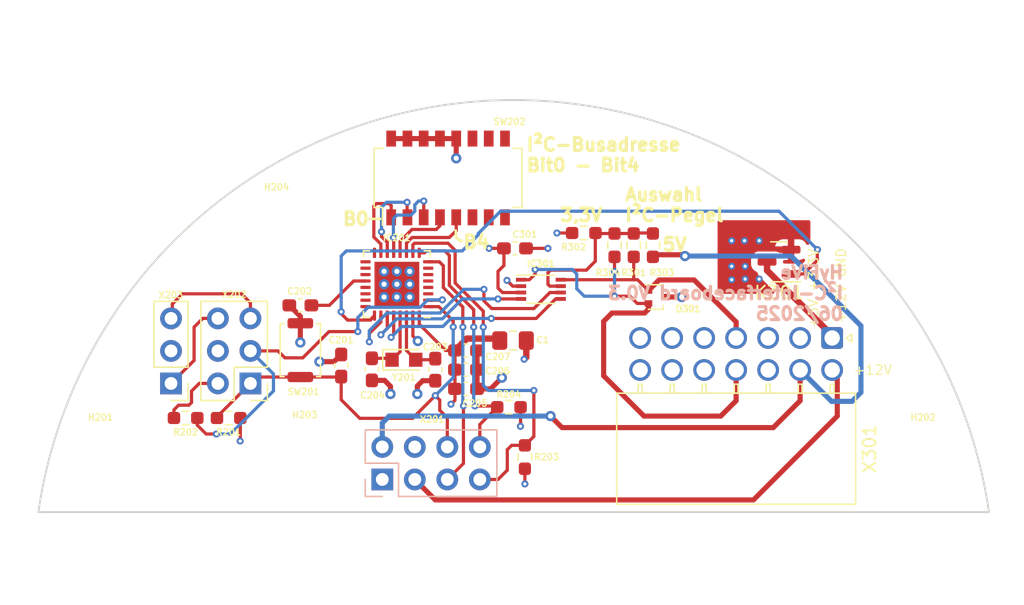
<source format=kicad_pcb>
(kicad_pcb (version 20241229) (generator "pcbnew") (generator_version "9.0")
  (layers (0 "F.Cu" signal) (4 "In1.Cu" power "In1.GND") (6 "In2.Cu" power "In2.PWR") (2 "B.Cu" signal) (13 "F.Paste" user) (15 "B.Paste" user) (5 "F.SilkS" user "F.Silkscreen") (7 "B.SilkS" user "B.Silkscreen") (1 "F.Mask" user) (3 "B.Mask" user) (25 "Edge.Cuts" user))
  (net 0 "")
  (net 1 "/MCU/~{RST}{slash}SBWTDIO")
  (net 2 "GND")
  (net 3 "+3V3")
  (net 4 "/MCU/XIN")
  (net 5 "/MCU/XOUT")
  (net 6 "+5V")
  (net 7 "+12V")
  (net 8 "/MCU/GPIO_Reserve_B2B")
  (net 9 "/MCU/UCB0_SCL")
  (net 10 "/MCU/UCB0_SDA")
  (net 11 "/MCU/TEST_SBWTCK")
  (net 12 "/MCU/UCA0_TXD{slash}TCK")
  (net 13 "/MCU/UCA0_RXD{slash}TMS")
  (net 14 "/MCU/TDI")
  (net 15 "/MCU/UCA1_SPI_STE")
  (net 16 "/MCU/UCA1_SPI_CLK")
  (net 17 "/MCU/UCA1_SPI_MISO")
  (net 18 "/MCU/UCA1_SPI_MOSI")
  (net 19 "/MCU/UCB1_SDA")
  (net 20 "/MCU/UCB1_SCL")
  (net 21 "/MCU/ADDR_B3")
  (net 22 "/MCU/ADDR_B2")
  (net 23 "/MCU/ADDR_B1")
  (net 24 "/MCU/ADDR_B0")
  (net 25 "Net-(IC201-VREG)")
  (net 26 "/MCU/Interface_~{RE}")
  (net 27 "/MCU/Interface_DE")
  (net 28 "Net-(D301-K1)")
  (net 29 "Net-(D301-K2)")
  (net 40 "Net-(IC301-VCCB)")
  (net 41 "/MCU/Interface_Enable")
  (net 42 "Net-(X301-Pin_1)")
  (net 43 "Net-(X202-Pin_2)")
  (net 52 "/MCU/ADDR_B4")
  (net 53 "/MCU/VCC_TOOL")
  (net 54 "/MCU/VCC_TARGET")
  (net 55 "/MCU/Sensor_Lowside_Switch")
  (footprint "Capacitor_SMD:C_0603_1608Metric_Pad1.08x0.95mm_HandSolder" (layer "F.Cu") (at 131 53.575 -90)
    (property "Reference" "C203")
    (property "Value" "20pF")
  )
  (footprint "Capacitor_SMD:C_0603_1608Metric_Pad1.08x0.95mm_HandSolder" (layer "F.Cu") (at 137.225 44.1)
    (property "Reference" "C301")
    (property "Value" "100nF")
  )
  (footprint "MountingHole:MountingHole_2.7mm_M2.5" (layer "F.Cu") (at 118.6 43.01)
    (property "Reference" "H204")
    (property "Value" "MountingHole")
  )
  (footprint "Package_TO_SOT_SMD:SOT-416" (layer "F.Cu") (at 148.3 47.9)
    (property "Reference" "D301")
    (property "Value" "RCLAMP0582B")
  )
  (footprint "Resistor_SMD:R_0603_1608Metric_Pad0.98x0.95mm_HandSolder" (layer "F.Cu") (at 146.5 43.85 -90)
    (property "Reference" "R301")
    (property "Value" "10k n.b.")
  )
  (footprint "Capacitor_SMD:C_0603_1608Metric_Pad1.08x0.95mm_HandSolder" (layer "F.Cu") (at 133.4 52.075)
    (property "Reference" "C207")
    (property "Value" "4,7µF")
  )
  (footprint "Resistor_SMD:R_0603_1608Metric_Pad0.98x0.95mm_HandSolder" (layer "F.Cu") (at 142.6 42.9)
    (property "Reference" "R302")
    (property "Value" "0R")
  )
  (footprint "Resistor_SMD:R_0603_1608Metric_Pad0.98x0.95mm_HandSolder" (layer "F.Cu") (at 136.75 56.5)
    (property "Reference" "R204")
    (property "Value" "10k NB")
  )
  (footprint "Capacitor_SMD:C_0603_1608Metric_Pad1.08x0.95mm_HandSolder" (layer "F.Cu") (at 120.46 48.55 180)
    (property "Reference" "C202")
    (property "Value" "1µF, <200m ESR")
  )
  (footprint "Package_SO:VSSOP-8_2.3x2mm_P0.5mm" (layer "F.Cu") (at 139.25 47.3)
    (property "Reference" "IC301")
    (property "Value" "TXS0102DCU")
  )
  (footprint "MountingHole:MountingHole_2.7mm_M2.5" (layer "F.Cu") (at 120.86 60.8)
    (property "Reference" "H203")
    (property "Value" "MountingHole")
  )
  (footprint "MountingHole:MountingHole_2.7mm_M2.5" (layer "F.Cu") (at 104.85 61)
    (property "Reference" "H201")
    (property "Value" "MountingHole")
  )
  (footprint "Resistor_SMD:R_0603_1608Metric_Pad0.98x0.95mm_HandSolder" (layer "F.Cu") (at 148 43.85 90)
    (property "Reference" "R303")
    (property "Value" "0R n.b.")
  )
  (footprint "MountingHole:MountingHole_2.7mm_M2.5" (layer "F.Cu") (at 169.1 61)
    (property "Reference" "H202")
    (property "Value" "MountingHole")
  )
  (footprint "Resistor_SMD:R_0603_1608Metric_Pad0.98x0.95mm_HandSolder" (layer "F.Cu") (at 138 60.4 -90)
    (property "Reference" "R203")
    (property "Value" "10k NB")
  )
  (footprint "Capacitor_SMD:C_0805_2012Metric_Pad1.18x1.45mm_HandSolder" (layer "F.Cu") (at 137.0725 51.3)
    (property "Reference" "C1")
    (property "Value" "100uF")
  )
  (footprint "Connector_Molex:Molex_Nano-Fit_105314-xx14_2x07_P2.50mm_Horizontal" (layer "F.Cu") (at 162 51.1 -90)
    (property "Reference" "X301")
    (property "Value" "Molex Nano-Fit 103514-1*114")
  )
  (footprint "Capacitor_SMD:C_0603_1608Metric_Pad1.08x0.95mm_HandSolder" (layer "F.Cu") (at 133.4 55.075)
    (property "Reference" "C205")
    (property "Value" "100nF")
  )
  (footprint "Button_Switch_SMD:SW_DIP_SPSTx08_Slide_Omron_A6H-8101_W6.15mm_P1.27mm" (layer "F.Cu") (at 132 38.6 90)
    (property "Reference" "SW202")
    (property "Value" "A6H-8101")
  )
  (footprint "Crystal:Crystal_SMD_TXC_9HT11-2Pin_2.0x1.2mm_HandSoldering" (layer "F.Cu") (at 128.55 52.8)
    (property "Reference" "Y201")
    (property "Value" "9HT11-32.768KDZF-T")
  )
  (footprint "Resistor_SMD:R_0603_1608Metric_Pad0.98x0.95mm_HandSolder" (layer "F.Cu") (at 114.86 57.35 180)
    (property "Reference" "R201")
    (property "Value" "47k")
  )
  (footprint "Connector_PinHeader_2.54mm:PinHeader_1x03_P2.54mm_Vertical" (layer "F.Cu") (at 110.36 54.65 180)
    (property "Reference" "X203")
    (property "Value" "Conn_01x03")
  )
  (footprint "Package_DFN_QFN:VQFN-32-1EP_5x5mm_P0.5mm_EP3.5x3.5mm" (layer "F.Cu") (at 128 46.9 180)
    (property "Reference" "IC201")
    (property "Value" "MSP430FR2673")
  )
  (footprint "Package_TO_SOT_SMD:SOT-23" (layer "F.Cu") (at 157.85 45.15 180)
    (property "Reference" "K301")
    (property "Value" "SSM3K127TU")
  )
  (footprint "Connector_PinHeader_2.54mm:PinHeader_2x03_P2.54mm_Vertical" (layer "F.Cu") (at 116.56 54.65 180)
    (property "Reference" "X202")
    (property "Value" "Conn_02x03_Counter_Clockwise")
  )
  (footprint "Capacitor_SMD:C_0603_1608Metric_Pad1.08x0.95mm_HandSolder" (layer "F.Cu") (at 126.05 53.55 -90)
    (property "Reference" "C204")
    (property "Value" "20pF")
  )
  (footprint "Button_Switch_SMD:SW_Push_SPST_NO_Alps_SKRK" (layer "F.Cu") (at 120.46 52.05 -90)
    (property "Reference" "SW201")
    (property "Value" "SKRKAEE020")
  )
  (footprint "Resistor_SMD:R_0603_1608Metric_Pad0.98x0.95mm_HandSolder" (layer "F.Cu") (at 145 43.85 -90)
    (property "Reference" "R304")
    (property "Value" "10k n.b.")
  )
  (footprint "Capacitor_SMD:C_0603_1608Metric_Pad1.08x0.95mm_HandSolder" (layer "F.Cu") (at 133.4 53.575)
    (property "Reference" "C206")
    (property "Value" "1µF")
  )
  (footprint "Resistor_SMD:R_0603_1608Metric_Pad0.98x0.95mm_HandSolder" (layer "F.Cu") (at 111.5 57.35)
    (property "Reference" "R202")
    (property "Value" "330")
  )
  (footprint "Capacitor_SMD:C_0603_1608Metric_Pad1.08x0.95mm_HandSolder" (layer "F.Cu") (at 123.65 53.25 90)
    (property "Reference" "C201")
    (property "Value" "1nF")
  )
  (footprint "Connector_PinSocket_2.54mm:PinSocket_2x04_P2.54mm_Vertical" (layer "B.Cu") (at 126.86 62.15 -90)
    (property "Reference" "X201")
    (property "Value" "ESQ-104-14-G-D")
  )
  (gr_line (start 125.9 41.8) (end 126.7 41.8) (stroke (width 0.2)) (layer "F.SilkS"))
  (gr_line (start 133.1 43.5) (end 132.9 43.5) (stroke (width 0.2)) (layer "F.SilkS"))
  (gr_line (start 132.9 43.5) (end 132.6 43.2) (stroke (width 0.2)) (layer "F.SilkS"))
  (gr_line (start 132.6 43.2) (end 132.6 42.7) (stroke (width 0.2)) (layer "F.SilkS"))
  (gr_arc (start 100 64.7) (mid 137.123578 32.514184) (end 174.247155 64.7) (stroke (width 0.15)) (layer "Edge.Cuts"))
  (gr_line (start 100 64.7) (end 174.247155 64.7) (stroke (width 0.15)) (layer "Edge.Cuts"))
  (gr_text "B0" (at 124.8 41.8 0) (layer "F.SilkS") (effects (font (size 1 1) (thickness 0.25))))
  (gr_text "+12V GND" (at 162.7 50 90) (layer "F.SilkS") (effects (font (size 0.75 0.75) (thickness 0.1)) (justify left)))
  (gr_text "3,3V" (at 142.4 41.5 0) (layer "F.SilkS") (effects (font (size 1 1) (thickness 0.25))))
  (gr_text "Auswahl\nI²C-Pegel" (at 145.7 40.7 0) (layer "F.SilkS") (effects (font (size 1 1) (thickness 0.25)) (justify left)))
  (gr_text "5V" (at 149.7 43.8 0) (layer "F.SilkS") (effects (font (size 1 1) (thickness 0.25))))
  (gr_text "+5V +3,3V\n" (at 160.55 50.4 90) (layer "F.SilkS") (effects (font (size 0.75 0.75) (thickness 0.1)) (justify left)))
  (gr_text "+12V\n" (at 163.6 53.6 0) (layer "F.SilkS") (effects (font (size 0.75 0.75) (thickness 0.1)) (justify left)))
  (gr_text "\n" (at 159.8 50.1 90) (layer "F.SilkS") (effects (font (size 0.75 0.75) (thickness 0.1)) (justify left)))
  (gr_text "I²C-Busadresse\nBit0 - Bit4" (at 138 36.8 0) (layer "F.SilkS") (effects (font (size 1 1) (thickness 0.25)) (justify left)))
  (gr_text "B4\n" (at 134.2 43.6 0) (layer "F.SilkS") (effects (font (size 1 1) (thickness 0.25))))
  (gr_text "HyFiVe\nI²C-Interfaceboard V0.3\n06/2025" (at 163 47.6 0) (layer "B.SilkS") (effects (font (size 1 1) (thickness 0.25)) (justify left mirror)))
  (segment (start 120.46 54.15) (end 117.06 54.15) (width 0.25) (layer "F.Cu") (net 1))
  (segment (start 132.402075 50.242075) (end 132.4 50.24) (width 0.25) (layer "F.Cu") (net 1))
  (segment (start 123.6125 54.15) (end 123.65 54.1125) (width 0.25) (layer "F.Cu") (net 1))
  (segment (start 131.35 56.75) (end 131.94 57.34) (width 0.25) (layer "F.Cu") (net 1))
  (segment (start 129.225 57.375) (end 125.1 57.375) (width 0.25) (layer "F.Cu") (net 1))
  (segment (start 132.4 49.775) (end 131.275 48.65) (width 0.25) (layer "F.Cu") (net 1))
  (segment (start 123.65 55.925) (end 123.65 54.1125) (width 0.25) (layer "F.Cu") (net 1))
  (segment (start 131 55.6) (end 131.35 55.95) (width 0.25) (layer "F.Cu") (net 1))
  (segment (start 131.94 57.34) (end 131.94 59.61) (width 0.25) (layer "F.Cu") (net 1))
  (segment (start 117.06 54.15) (end 116.56 54.65) (width 0.25) (layer "F.Cu") (net 1))
  (segment (start 113.9475 57.35) (end 113.9475 57.2625) (width 0.25) (layer "F.Cu") (net 1))
  (segment (start 132.4 50.24) (end 132.4 49.775) (width 0.25) (layer "F.Cu") (net 1))
  (segment (start 131 55.6) (end 129.225 57.375) (width 0.25) (layer "F.Cu") (net 1))
  (segment (start 125.1 57.375) (end 123.65 55.925) (width 0.25) (layer "F.Cu") (net 1))
  (segment (start 131.275 48.65) (end 130.45 48.65) (width 0.25) (layer "F.Cu") (net 1))
  (segment (start 120.46 54.15) (end 123.6125 54.15) (width 0.25) (layer "F.Cu") (net 1))
  (segment (start 131.35 55.95) (end 131.35 56.75) (width 0.25) (layer "F.Cu") (net 1))
  (segment (start 113.9475 57.2625) (end 116.56 54.65) (width 0.25) (layer "F.Cu") (net 1))
  (via (at 131 55.6) (size 0.55) (drill 0.25) (layers "F.Cu" "B.Cu") (net 1))
  (via (at 132.402075 50.242075) (size 0.55) (drill 0.25) (layers "F.Cu" "B.Cu") (net 1))
  (segment (start 132.4 50.24415) (end 132.4 54.2) (width 0.25) (layer "B.Cu") (net 1))
  (segment (start 132.4 54.2) (end 131 55.6) (width 0.25) (layer "B.Cu") (net 1))
  (segment (start 132.402075 50.242075) (end 132.4 50.24415) (width 0.25) (layer "B.Cu") (net 1))
  (segment (start 120.46 49.95) (end 120.46 49.4125) (width 0.4) (layer "F.Cu") (net 2))
  (segment (start 134.2625 52.075) (end 134.2625 53.575) (width 0.4) (layer "F.Cu") (net 2))
  (segment (start 136.2 54.2) (end 135.325 55.075) (width 0.4) (layer "F.Cu") (net 2))
  (segment (start 127.5 54.875) (end 127.5 55.475) (width 0.4) (layer "F.Cu") (net 2))
  (segment (start 128.825 35.525) (end 130.095 35.525) (width 0.4) (layer "F.Cu") (net 2))
  (segment (start 120.46 49.95) (end 120.46 51.45) (width 0.4) (layer "F.Cu") (net 2))
  (segment (start 121.95 52.95) (end 123.0875 52.95) (width 0.4) (layer "F.Cu") (net 2))
  (segment (start 138.0875 44.1) (end 139.8 44.1) (width 0.25) (layer "F.Cu") (net 2))
  (segment (start 137.05 47.05) (end 136.6 46.6) (width 0.25) (layer "F.Cu") (net 2))
  (segment (start 132.635 35.525) (end 132.635 37.065) (width 0.4) (layer "F.Cu") (net 2))
  (segment (start 135.325 55.075) (end 134.2625 55.075) (width 0.4) (layer "F.Cu") (net 2))
  (segment (start 123.0875 52.95) (end 123.65 52.3875) (width 0.4) (layer "F.Cu") (net 2))
  (segment (start 137.7 47.05) (end 137.05 47.05) (width 0.25) (layer "F.Cu") (net 2))
  (segment (start 131 54.4375) (end 130.0125 54.4375) (width 0.4) (layer "F.Cu") (net 2))
  (segment (start 138.11 51.3) (end 138.11 52.59) (width 0.5) (layer "F.Cu") (net 2))
  (segment (start 132.635 35.525) (end 131.365 35.525) (width 0.4) (layer "F.Cu") (net 2))
  (segment (start 148.95 47.9) (end 150.25 47.9) (width 0.4) (layer "F.Cu") (net 2))
  (segment (start 138.11 52.59) (end 137.94 52.76) (width 0.5) (layer "F.Cu") (net 2))
  (segment (start 134.2625 53.575) (end 134.2625 55.075) (width 0.4) (layer "F.Cu") (net 2))
  (segment (start 127.0375 54.4125) (end 127.5 54.875) (width 0.4) (layer "F.Cu") (net 2))
  (segment (start 130.0125 54.4375) (end 129.6 54.85) (width 0.4) (layer "F.Cu") (net 2))
  (segment (start 129.6 54.85) (end 129.6 55.475) (width 0.4) (layer "F.Cu") (net 2))
  (segment (start 126.05 54.4125) (end 127.0375 54.4125) (width 0.4) (layer "F.Cu") (net 2))
  (segment (start 120.46 49.4125) (end 119.5975 48.55) (width 0.4) (layer "F.Cu") (net 2))
  (segment (start 129.25 50.949598) (end 129.637701 51.337299) (width 0.25) (layer "F.Cu") (net 2))
  (segment (start 130.095 35.525) (end 131.365 35.525) (width 0.4) (layer "F.Cu") (net 2))
  (segment (start 129.25 49.35) (end 129.25 50.949598) (width 0.25) (layer "F.Cu") (net 2))
  (segment (start 127.555 35.525) (end 128.825 35.525) (width 0.4) (layer "F.Cu") (net 2))
  (via (at 156.3 43.5) (size 0.55) (drill 0.25) (layers "F.Cu" "B.Cu") (net 2))
  (via (at 129.637701 51.337299) (size 0.8) (drill 0.4) (layers "F.Cu" "B.Cu") (net 2))
  (via (at 132.635 37.065) (size 0.8) (drill 0.4) (layers "F.Cu" "B.Cu") (net 2))
  (via (at 129 45.9) (size 0.8) (drill 0.4) (layers "F.Cu" "B.Cu") (net 2))
  (via (at 136.2 54.2) (size 0.8) (drill 0.4) (layers "F.Cu" "B.Cu") (net 2))
  (via (at 155.2 45.5) (size 0.55) (drill 0.25) (layers "F.Cu" "B.Cu") (net 2))
  (via (at 127 46.9) (size 0.8) (drill 0.4) (layers "F.Cu" "B.Cu") (net 2))
  (via (at 150.25 47.9) (size 0.8) (drill 0.4) (layers "F.Cu" "B.Cu") (net 2))
  (via (at 156.3 46.5) (size 0.55) (drill 0.25) (layers "F.Cu" "B.Cu") (net 2))
  (via (at 121.95 52.95) (size 0.8) (drill 0.4) (layers "F.Cu" "B.Cu") (net 2))
  (via (at 155.2 46.5) (size 0.55) (drill 0.25) (layers "F.Cu" "B.Cu") (net 2))
  (via (at 128 45.9) (size 0.8) (drill 0.4) (layers "F.Cu" "B.Cu") (net 2))
  (via (at 129 47.9) (size 0.8) (drill 0.4) (layers "F.Cu" "B.Cu") (net 2))
  (via (at 120.46 51.45) (size 0.8) (drill 0.4) (layers "F.Cu" "B.Cu") (net 2))
  (via (at 127 45.9) (size 0.8) (drill 0.4) (layers "F.Cu" "B.Cu") (net 2))
  (via (at 154.15 46.55) (size 0.55) (drill 0.25) (layers "F.Cu" "B.Cu") (net 2))
  (via (at 137.94 52.76) (size 0.55) (drill 0.25) (layers "F.Cu" "B.Cu") (net 2))
  (via (at 154.15 45.5) (size 0.55) (drill 0.25) (layers "F.Cu" "B.Cu") (net 2))
  (via (at 155.15 43.5) (size 0.55) (drill 0.25) (layers "F.Cu" "B.Cu") (net 2))
  (via (at 128 47.9) (size 0.8) (drill 0.4) (layers "F.Cu" "B.Cu") (net 2))
  (via (at 128 46.9) (size 0.8) (drill 0.4) (layers "F.Cu" "B.Cu") (net 2))
  (via (at 139.8 44.1) (size 0.55) (drill 0.25) (layers "F.Cu" "B.Cu") (net 2))
  (via (at 154.15 43.5) (size 0.55) (drill 0.25) (layers "F.Cu" "B.Cu") (net 2))
  (via (at 129 46.9) (size 0.8) (drill 0.4) (layers "F.Cu" "B.Cu") (net 2))
  (via (at 127 47.9) (size 0.8) (drill 0.4) (layers "F.Cu" "B.Cu") (net 2))
  (via (at 129.6 55.475) (size 0.8) (drill 0.4) (layers "F.Cu" "B.Cu") (net 2))
  (via (at 127.5 55.475) (size 0.8) (drill 0.4) (layers "F.Cu" "B.Cu") (net 2))
  (via (at 136.6 46.6) (size 0.55) (drill 0.25) (layers "F.Cu" "B.Cu") (net 2))
  (segment (start 135.9 47.2) (end 136.25 47.55) (width 0.25) (layer "F.Cu") (net 3))
  (segment (start 115.76 59.15) (end 115.7725 59.1375) (width 0.25) (layer "F.Cu") (net 3))
  (segment (start 135.9 45.9) (end 135.9 47.2) (width 0.25) (layer "F.Cu") (net 3))
  (segment (start 136.3625 44.1) (end 136.3625 45.4375) (width 0.25) (layer "F.Cu") (net 3))
  (segment (start 135.884 51.149) (end 133.4635 51.149) (width 0.5) (layer "F.Cu") (net 3))
  (segment (start 141.6875 42.9) (end 140.5 42.9) (width 0.25) (layer "F.Cu") (net 3))
  (segment (start 133.4635 51.149) (end 132.5375 52.075) (width 0.5) (layer "F.Cu") (net 3))
  (segment (start 136.035 51.3) (end 135.884 51.149) (width 0.5) (layer "F.Cu") (net 3))
  (segment (start 115.7725 59.1375) (end 115.7725 57.35) (width 0.25) (layer "F.Cu") (net 3))
  (segment (start 136.3625 44.1) (end 135.2 44.1) (width 0.25) (layer "F.Cu") (net 3))
  (segment (start 137.6625 57.9875) (end 137.6625 56.5) (width 0.25) (layer "F.Cu") (net 3))
  (segment (start 132.5375 55.9625) (end 132.5375 53.575) (width 0.25) (layer "F.Cu") (net 3))
  (segment (start 129.75 49.35) (end 129.75 50.025) (width 0.25) (layer "F.Cu") (net 3))
  (segment (start 132.5375 52.075) (end 132.5375 53.575) (width 0.25) (layer "F.Cu") (net 3))
  (segment (start 136.25 47.55) (end 137.7 47.55) (width 0.25) (layer "F.Cu") (net 3))
  (segment (start 136.3625 45.4375) (end 135.9 45.9) (width 0.25) (layer "F.Cu") (net 3))
  (segment (start 129.75 50.025) (end 131.8 52.075) (width 0.25) (layer "F.Cu") (net 3))
  (segment (start 132.225 56.275) (end 132.5375 55.9625) (width 0.25) (layer "F.Cu") (net 3))
  (segment (start 137.65 58) (end 137.6625 57.9875) (width 0.25) (layer "F.Cu") (net 3))
  (segment (start 138 62.5) (end 138 61.3125) (width 0.25) (layer "F.Cu") (net 3))
  (segment (start 131.8 52.075) (end 132.5375 52.075) (width 0.25) (layer "F.Cu") (net 3))
  (via (at 135.2 44.1) (size 0.55) (drill 0.25) (layers "F.Cu" "B.Cu") (net 3))
  (via (at 137.65 58) (size 0.55) (drill 0.25) (layers "F.Cu" "B.Cu") (net 3))
  (via (at 115.76 59.15) (size 0.55) (drill 0.25) (layers "F.Cu" "B.Cu") (net 3))
  (via (at 132.225 56.275) (size 0.55) (drill 0.25) (layers "F.Cu" "B.Cu") (net 3))
  (via (at 138 62.5) (size 0.55) (drill 0.25) (layers "F.Cu" "B.Cu") (net 3))
  (via (at 140.5 42.9) (size 0.55) (drill 0.25) (layers "F.Cu" "B.Cu") (net 3))
  (segment (start 128.75 52.075) (end 128.75 49.35) (width 0.25) (layer "F.Cu") (net 4))
  (segment (start 129.475 52.8) (end 130.9375 52.8) (width 0.25) (layer "F.Cu") (net 4))
  (segment (start 129.475 52.8) (end 128.75 52.075) (width 0.25) (layer "F.Cu") (net 4))
  (segment (start 130.9375 52.8) (end 131.05 52.6875) (width 0.25) (layer "F.Cu") (net 4))
  (segment (start 127.5125 52.6875) (end 127.625 52.8) (width 0.25) (layer "F.Cu") (net 5))
  (segment (start 126.05 52.6875) (end 127.5125 52.6875) (width 0.25) (layer "F.Cu") (net 5))
  (segment (start 128.25 49.35) (end 128.25 52.175) (width 0.25) (layer "F.Cu") (net 5))
  (segment (start 128.25 52.175) (end 127.625 52.8) (width 0.25) (layer "F.Cu") (net 5))
  (segment (start 157.4 58.1) (end 159.5 56) (width 0.4) (layer "F.Cu") (net 6))
  (segment (start 159.5 56) (end 159.5 53.6) (width 0.4) (layer "F.Cu") (net 6))
  (segment (start 150.4 44.6) (end 148.1625 44.6) (width 0.4) (layer "F.Cu") (net 6))
  (segment (start 148.1625 44.6) (end 148 44.7625) (width 0.4) (layer "F.Cu") (net 6))
  (segment (start 140 57.2) (end 140.9 58.1) (width 0.4) (layer "F.Cu") (net 6))
  (segment (start 140.9 58.1) (end 157.4 58.1) (width 0.4) (layer "F.Cu") (net 6))
  (segment (start 150.5 44.7) (end 150.4 44.6) (width 0.4) (layer "F.Cu") (net 6))
  (via (at 140 57.2) (size 0.8) (drill 0.4) (layers "F.Cu" "B.Cu") (net 6))
  (via (at 150.5 44.7) (size 0.8) (drill 0.4) (layers "F.Cu" "B.Cu") (net 6))
  (segment (start 161.95 56.05) (end 159.5 53.6) (width 0.4) (layer "B.Cu") (net 6))
  (segment (start 150.5 44.7) (end 158.8 44.7) (width 0.4) (layer "B.Cu") (net 6))
  (segment (start 140 57.2) (end 127.4 57.2) (width 0.4) (layer "B.Cu") (net 6))
  (segment (start 164.25 50.15) (end 164.25 55.35) (width 0.4) (layer "B.Cu") (net 6))
  (segment (start 163.55 56.05) (end 161.95 56.05) (width 0.4) (layer "B.Cu") (net 6))
  (segment (start 127.4 57.2) (end 126.86 57.74) (width 0.4) (layer "B.Cu") (net 6))
  (segment (start 158.8 44.7) (end 164.25 50.15) (width 0.4) (layer "B.Cu") (net 6))
  (segment (start 159.5 54) (end 159.9 53.6) (width 0.4) (layer "B.Cu") (net 6))
  (segment (start 126.86 57.74) (end 126.86 59.61) (width 0.4) (layer "B.Cu") (net 6))
  (segment (start 164.25 55.35) (end 163.55 56.05) (width 0.4) (layer "B.Cu") (net 6))
  (segment (start 155.85 63.75) (end 162.4 57.2) (width 0.4) (layer "F.Cu") (net 7))
  (segment (start 129.4 62.15) (end 131 63.75) (width 0.4) (layer "F.Cu") (net 7))
  (segment (start 162.4 57.2) (end 162.4 53.6) (width 0.4) (layer "F.Cu") (net 7))
  (segment (start 131 63.75) (end 155.85 63.75) (width 0.4) (layer "F.Cu") (net 7))
  (segment (start 131.63 47.157162) (end 131.63 45.46) (width 0.25) (layer "F.Cu") (net 8))
  (segment (start 131.63 45.46) (end 131.32 45.15) (width 0.25) (layer "F.Cu") (net 8))
  (segment (start 133.152036 50.250022) (end 133.15 50.247986) (width 0.25) (layer "F.Cu") (net 8))
  (segment (start 133.15 50.247986) (end 133.15 48.677162) (width 0.25) (layer "F.Cu") (net 8))
  (segment (start 131.32 45.15) (end 130.45 45.15) (width 0.25) (layer "F.Cu") (net 8))
  (segment (start 133.15 48.677162) (end 131.63 47.157162) (width 0.25) (layer "F.Cu") (net 8))
  (segment (start 131.95 62.15) (end 131.94 62.15) (width 0.25) (layer "F.Cu") (net 8))
  (segment (start 133.2 60.9) (end 131.95 62.15) (width 0.25) (layer "F.Cu") (net 8))
  (segment (start 133.2 56.4) (end 133.2 60.9) (width 0.25) (layer "F.Cu") (net 8))
  (via (at 133.152036 50.250022) (size 0.55) (drill 0.25) (layers "F.Cu" "B.Cu") (net 8))
  (via (at 133.2 56.4) (size 0.55) (drill 0.25) (layers "F.Cu" "B.Cu") (net 8))
  (segment (start 133.15 56.35) (end 133.2 56.4) (width 0.25) (layer "B.Cu") (net 8))
  (segment (start 133.152036 50.250022) (end 133.15 50.252058) (width 0.25) (layer "B.Cu") (net 8))
  (segment (start 133.15 50.252058) (end 133.15 56.35) (width 0.25) (layer "B.Cu") (net 8))
  (segment (start 132.549031 46.804758) (end 132.549031 44.252371) (width 0.25) (layer "F.Cu") (net 9))
  (segment (start 132.549031 44.252371) (end 131.99666 43.7) (width 0.25) (layer "F.Cu") (net 9))
  (segment (start 138.7 55.2) (end 138.7 58.7875) (width 0.25) (layer "F.Cu") (net 9))
  (segment (start 134.48 62.15) (end 135.9 62.15) (width 0.25) (layer "F.Cu") (net 9))
  (segment (start 131.99666 43.7) (end 129.375 43.7) (width 0.25) (layer "F.Cu") (net 9))
  (segment (start 136.9625 59.4875) (end 138 59.4875) (width 0.25) (layer "F.Cu") (net 9))
  (segment (start 136.625 61.425) (end 136.625 59.825) (width 0.25) (layer "F.Cu") (net 9))
  (segment (start 129.25 43.825) (end 129.25 44.45) (width 0.25) (layer "F.Cu") (net 9))
  (segment (start 129.375 43.7) (end 129.25 43.825) (width 0.25) (layer "F.Cu") (net 9))
  (segment (start 134.75 50.25) (end 134.75 49.005727) (width 0.25) (layer "F.Cu") (net 9))
  (segment (start 136.625 59.825) (end 136.9625 59.4875) (width 0.25) (layer "F.Cu") (net 9))
  (segment (start 134.75 49.005727) (end 132.549031 46.804758) (width 0.25) (layer "F.Cu") (net 9))
  (segment (start 138.7 58.7875) (end 138 59.4875) (width 0.25) (layer "F.Cu") (net 9))
  (segment (start 135.9 62.15) (end 136.625 61.425) (width 0.25) (layer "F.Cu") (net 9))
  (via (at 134.75 50.25) (size 0.55) (drill 0.25) (layers "F.Cu" "B.Cu") (net 9))
  (via (at 138.7 55.2) (size 0.55) (drill 0.25) (layers "F.Cu" "B.Cu") (net 9))
  (segment (start 134.75 50.25) (end 134.75 54.8) (width 0.25) (layer "B.Cu") (net 9))
  (segment (start 135.15 55.2) (end 138.7 55.2) (width 0.25) (layer "B.Cu") (net 9))
  (segment (start 134.75 54.8) (end 135.15 55.2) (width 0.25) (layer "B.Cu") (net 9))
  (segment (start 130.15 44.45) (end 129.75 44.45) (width 0.25) (layer "F.Cu") (net 10))
  (segment (start 134.48 57.8575) (end 134.48 59.61) (width 0.25) (layer "F.Cu") (net 10))
  (segment (start 130.792388 44.2995) (end 130.3005 44.2995) (width 0.25) (layer "F.Cu") (net 10))
  (segment (start 135.8375 56.5) (end 134.48 57.8575) (width 0.25) (layer "F.Cu") (net 10))
  (segment (start 132.099511 44.650673) (end 131.748327 44.299489) (width 0.25) (layer "F.Cu") (net 10))
  (segment (start 134 48.891444) (end 132.099511 46.990955) (width 0.25) (layer "F.Cu") (net 10))
  (segment (start 134.088589 56.411411) (end 135.748911 56.411411) (width 0.25) (layer "F.Cu") (net 10))
  (segment (start 130.792434 44.299546) (end 130.792388 44.2995) (width 0.25) (layer "F.Cu") (net 10))
  (segment (start 131.748327 44.299489) (end 130.792491 44.299489) (width 0.25) (layer "F.Cu") (net 10))
  (segment (start 130.3005 44.2995) (end 130.15 44.45) (width 0.25) (layer "F.Cu") (net 10))
  (segment (start 134 50.25) (end 134 48.891444) (width 0.25) (layer "F.Cu") (net 10))
  (segment (start 135.748911 56.411411) (end 135.8375 56.5) (width 0.25) (layer "F.Cu") (net 10))
  (segment (start 132.099511 46.990955) (end 132.099511 44.650673) (width 0.25) (layer "F.Cu") (net 10))
  (via (at 134.088589 56.411411) (size 0.55) (drill 0.25) (layers "F.Cu" "B.Cu") (net 10))
  (via (at 134 50.25) (size 0.55) (drill 0.25) (layers "F.Cu" "B.Cu") (net 10))
  (segment (start 134 50.25) (end 134 56.322822) (width 0.25) (layer "B.Cu") (net 10))
  (segment (start 134 56.322822) (end 134.088589 56.411411) (width 0.25) (layer "B.Cu") (net 10))
  (segment (start 122.7 50.6) (end 120.65 52.65) (width 0.25) (layer "F.Cu") (net 11))
  (segment (start 112.4125 57.9125) (end 112.4125 57.35) (width 0.25) (layer "F.Cu") (net 11))
  (segment (start 113.9 58.6) (end 113.1 58.6) (width 0.25) (layer "F.Cu") (net 11))
  (segment (start 124.95 50.6) (end 122.7 50.6) (width 0.25) (layer "F.Cu") (net 11))
  (segment (start 131.522115 48.15) (end 130.45 48.15) (width 0.25) (layer "F.Cu") (net 11))
  (segment (start 118.71 52.11) (end 116.56 52.11) (width 0.25) (layer "F.Cu") (net 11))
  (segment (start 119.25 52.65) (end 118.71 52.11) (width 0.25) (layer "F.Cu") (net 11))
  (segment (start 131.553172 48.118943) (end 131.522115 48.15) (width 0.25) (layer "F.Cu") (net 11))
  (segment (start 120.65 52.65) (end 119.25 52.65) (width 0.25) (layer "F.Cu") (net 11))
  (segment (start 113.1 58.6) (end 112.4125 57.9125) (width 0.25) (layer "F.Cu") (net 11))
  (via (at 124.95 50.6) (size 0.55) (drill 0.25) (layers "F.Cu" "B.Cu") (net 11))
  (via (at 131.553172 48.118943) (size 0.55) (drill 0.25) (layers "F.Cu" "B.Cu") (net 11))
  (via (at 113.9 58.6) (size 0.55) (drill 0.25) (layers "F.Cu" "B.Cu") (net 11))
  (segment (start 118.36 55.239022) (end 118.36 53.91) (width 0.25) (layer "B.Cu") (net 11))
  (segment (start 118.36 53.91) (end 116.56 52.11) (width 0.25) (layer "B.Cu") (net 11))
  (segment (start 113.9 58.6) (end 114.999022 58.6) (width 0.25) (layer "B.Cu") (net 11))
  (segment (start 114.999022 58.6) (end 118.36 55.239022) (width 0.25) (layer "B.Cu") (net 11))
  (segment (start 130.406057 48.118943) (end 129.825 48.7) (width 0.25) (layer "B.Cu") (net 11))
  (segment (start 131.553172 48.118943) (end 130.406057 48.118943) (width 0.25) (layer "B.Cu") (net 11))
  (segment (start 124.95 49.5) (end 124.95 50.6) (width 0.25) (layer "B.Cu") (net 11))
  (segment (start 129.825 48.7) (end 125.75 48.7) (width 0.25) (layer "B.Cu") (net 11))
  (segment (start 125.75 48.7) (end 124.95 49.5) (width 0.25) (layer "B.Cu") (net 11))
  (segment (start 127.25 49.35) (end 127.25 50.35) (width 0.25) (layer "F.Cu") (net 19))
  (segment (start 137.7 48.05) (end 135.9 48.05) (width 0.25) (layer "F.Cu") (net 19))
  (segment (start 127.25 50.35) (end 126.75 50.85) (width 0.25) (layer "F.Cu") (net 19))
  (via (at 135.9 48.05) (size 0.55) (drill 0.25) (layers "F.Cu" "B.Cu") (net 19))
  (via (at 126.75 50.85) (size 0.55) (drill 0.25) (layers "F.Cu" "B.Cu") (net 19))
  (segment (start 131.55729 49.60052) (end 127.99948 49.60052) (width 0.25) (layer "B.Cu") (net 19))
  (segment (start 135.9 48.05) (end 133.10781 48.05) (width 0.25) (layer "B.Cu") (net 19))
  (segment (start 133.10781 48.05) (end 131.55729 49.60052) (width 0.25) (layer "B.Cu") (net 19))
  (segment (start 127.99948 49.60052) (end 126.75 50.85) (width 0.25) (layer "B.Cu") (net 19))
  (segment (start 140.4 48.05) (end 138.875 49.575) (width 0.25) (layer "F.Cu") (net 20))
  (segment (start 138.875 49.575) (end 135.375 49.575) (width 0.25) (layer "F.Cu") (net 20))
  (segment (start 140.8 48.05) (end 140.4 48.05) (width 0.25) (layer "F.Cu") (net 20))
  (segment (start 127.75 50.85) (end 127.55 51.05) (width 0.25) (layer "F.Cu") (net 20))
  (segment (start 127.75 49.35) (end 127.75 50.85) (width 0.25) (layer "F.Cu") (net 20))
  (via (at 135.375 49.575) (size 0.55) (drill 0.25) (layers "F.Cu" "B.Cu") (net 20))
  (via (at 127.55 51.05) (size 0.55) (drill 0.25) (layers "F.Cu" "B.Cu") (net 20))
  (segment (start 128.4 50.2) (end 127.55 51.05) (width 0.25) (layer "B.Cu") (net 20))
  (segment (start 132.22062 49.575) (end 131.59562 50.2) (width 0.25) (layer "B.Cu") (net 20))
  (segment (start 131.59562 50.2) (end 128.4 50.2) (width 0.25) (layer "B.Cu") (net 20))
  (segment (start 135.375 49.575) (end 132.22062 49.575) (width 0.25) (layer "B.Cu") (net 20))
  (segment (start 128.25 44.45) (end 128.25 43.553564) (width 0.25) (layer "F.Cu") (net 21))
  (segment (start 131.365 42.335) (end 131.365 41.675) (width 0.25) (layer "F.Cu") (net 21))
  (segment (start 128.25 43.553564) (end 129.179053 42.624511) (width 0.25) (layer "F.Cu") (net 21))
  (segment (start 131.075489 42.624511) (end 131.365 42.335) (width 0.25) (layer "F.Cu") (net 21))
  (segment (start 129.179053 42.624511) (end 131.075489 42.624511) (width 0.25) (layer "F.Cu") (net 21))
  (segment (start 130.1 41.67) (end 130.095 41.675) (width 0.25) (layer "F.Cu") (net 22))
  (segment (start 127.75 43.281557) (end 127.727708 43.259265) (width 0.25) (layer "F.Cu") (net 22))
  (segment (start 130.1 40.4) (end 130.1 41.67) (width 0.25) (layer "F.Cu") (net 22))
  (segment (start 127.75 44.45) (end 127.75 43.281557) (width 0.25) (layer "F.Cu") (net 22))
  (via (at 127.727708 43.259265) (size 0.55) (drill 0.25) (layers "F.Cu" "B.Cu") (net 22))
  (via (at 130.1 40.4) (size 0.55) (drill 0.25) (layers "F.Cu" "B.Cu") (net 22))
  (segment (start 127.727708 43.259265) (end 127.727708 41.772292) (width 0.25) (layer "B.Cu") (net 22))
  (segment (start 128 41.5) (end 129.1 41.5) (width 0.25) (layer "B.Cu") (net 22))
  (segment (start 129.399511 41.200489) (end 129.399511 40.700489) (width 0.25) (layer "B.Cu") (net 22))
  (segment (start 129.1 41.5) (end 129.399511 41.200489) (width 0.25) (layer "B.Cu") (net 22))
  (segment (start 129.7 40.4) (end 130.1 40.4) (width 0.25) (layer "B.Cu") (net 22))
  (segment (start 127.727708 41.772292) (end 128 41.5) (width 0.25) (layer "B.Cu") (net 22))
  (segment (start 129.399511 40.700489) (end 129.7 40.4) (width 0.25) (layer "B.Cu") (net 22))
  (segment (start 126.8 43.179395) (end 127.25 43.629395) (width 0.25) (layer "F.Cu") (net 23))
  (segment (start 128.8 40.5) (end 128.8 41.65) (width 0.25) (layer "F.Cu") (net 23))
  (segment (start 126.8 42.8) (end 126.8 43.179395) (width 0.25) (layer "F.Cu") (net 23))
  (segment (start 128.8 41.65) (end 128.825 41.675) (width 0.25) (layer "F.Cu") (net 23))
  (segment (start 127.25 43.629395) (end 127.25 44.45) (width 0.25) (layer "F.Cu") (net 23))
  (via (at 126.8 42.8) (size 0.55) (drill 0.25) (layers "F.Cu" "B.Cu") (net 23))
  (via (at 128.8 40.5) (size 0.55) (drill 0.25) (layers "F.Cu" "B.Cu") (net 23))
  (segment (start 127.2 40.5) (end 128.8 40.5) (width 0.25) (layer "B.Cu") (net 23))
  (segment (start 126.8 40.9) (end 127.2 40.5) (width 0.25) (layer "B.Cu") (net 23))
  (segment (start 126.8 42.8) (end 126.8 40.9) (width 0.25) (layer "B.Cu") (net 23))
  (segment (start 127.555 41.675) (end 127.555 40.755) (width 0.25) (layer "F.Cu") (net 24))
  (segment (start 126.2 40.8) (end 126.2 43.215113) (width 0.25) (layer "F.Cu") (net 24))
  (segment (start 126.75 43.765113) (end 126.75 44.45) (width 0.25) (layer "F.Cu") (net 24))
  (segment (start 127.4 40.6) (end 126.4 40.6) (width 0.25) (layer "F.Cu") (net 24))
  (segment (start 127.555 40.755) (end 127.4 40.6) (width 0.25) (layer "F.Cu") (net 24))
  (segment (start 126.4 40.6) (end 126.2 40.8) (width 0.25) (layer "F.Cu") (net 24))
  (segment (start 126.2 43.215113) (end 126.75 43.765113) (width 0.25) (layer "F.Cu") (net 24))
  (segment (start 121.3225 48.55) (end 122.725 48.55) (width 0.25) (layer "F.Cu") (net 25))
  (segment (start 124.625 46.65) (end 122.725 48.55) (width 0.25) (layer "F.Cu") (net 25))
  (segment (start 125.55 46.65) (end 124.625 46.65) (width 0.25) (layer "F.Cu") (net 25))
  (segment (start 151.215 46.565) (end 154.5 49.85) (width 0.4) (layer "F.Cu") (net 28))
  (segment (start 146.8 46.55) (end 147.65 47.4) (width 0.25) (layer "F.Cu") (net 28))
  (segment (start 154.5 49.85) (end 154.5 51.1) (width 0.4) (layer "F.Cu") (net 28))
  (segment (start 146.51 46.55) (end 146.8 46.55) (width 0.25) (layer "F.Cu") (net 28))
  (segment (start 146.5 46.54) (end 146.51 46.55) (width 0.25) (layer "F.Cu") (net 28))
  (segment (start 146.5 44.7625) (end 146.5 46.54) (width 0.25) (layer "F.Cu") (net 28))
  (segment (start 147.65 47.4) (end 148.485 46.565) (width 0.4) (layer "F.Cu") (net 28))
  (segment (start 148.485 46.565) (end 151.215 46.565) (width 0.4) (layer "F.Cu") (net 28))
  (segment (start 140.8 46.55) (end 146.51 46.55) (width 0.25) (layer "F.Cu") (net 28))
  (segment (start 147.35 49.15) (end 144.8 49.15) (width 0.4) (layer "F.Cu") (net 29))
  (segment (start 147.3 57.2) (end 153.3 57.2) (width 0.4) (layer "F.Cu") (net 29))
  (segment (start 138.8 46.1) (end 138.35 46.55) (width 0.25) (layer "F.Cu") (net 29))
  (segment (start 146.21 47.835) (end 146.775 48.4) (width 0.25) (layer "F.Cu") (net 29))
  (segment (start 144.15 49.8) (end 144.15 54.05) (width 0.4) (layer "F.Cu") (net 29))
  (segment (start 138.35 46.55) (end 137.7 46.55) (width 0.25) (layer "F.Cu") (net 29))
  (segment (start 145 44.7625) (end 145 45.9) (width 0.25) (layer "F.Cu") (net 29))
  (segment (start 138.8 45.75) (end 138.8 46.1) (width 0.25) (layer "F.Cu") (net 29))
  (segment (start 147.65 48.4) (end 147.65 48.85) (width 0.4) (layer "F.Cu") (net 29))
  (segment (start 144.8 49.15) (end 144.15 49.8) (width 0.4) (layer "F.Cu") (net 29))
  (segment (start 146.775 48.4) (end 147.65 48.4) (width 0.25) (layer "F.Cu") (net 29))
  (segment (start 147.65 48.85) (end 147.35 49.15) (width 0.4) (layer "F.Cu") (net 29))
  (segment (start 153.3 57.2) (end 154.5 56) (width 0.4) (layer "F.Cu") (net 29))
  (segment (start 144.15 54.05) (end 147.3 57.2) (width 0.4) (layer "F.Cu") (net 29))
  (segment (start 145 47.835) (end 146.21 47.835) (width 0.25) (layer "F.Cu") (net 29))
  (segment (start 154.5 56) (end 154.5 53.6) (width 0.4) (layer "F.Cu") (net 29))
  (via (at 145 45.9) (size 0.55) (drill 0.25) (layers "F.Cu" "B.Cu") (net 29))
  (via (at 145 47.835) (size 0.55) (drill 0.25) (layers "F.Cu" "B.Cu") (net 29))
  (via (at 138.8 45.75) (size 0.55) (drill 0.25) (layers "F.Cu" "B.Cu") (net 29))
  (segment (start 142.05 46.1) (end 142.05 47.25) (width 0.25) (layer "B.Cu") (net 29))
  (segment (start 142.635 47.835) (end 145 47.835) (width 0.25) (layer "B.Cu") (net 29))
  (segment (start 138.8 45.75) (end 141.7 45.75) (width 0.25) (layer "B.Cu") (net 29))
  (segment (start 141.7 45.75) (end 142.05 46.1) (width 0.25) (layer "B.Cu") (net 29))
  (segment (start 145 47.05) (end 145 47.835) (width 0.25) (layer "B.Cu") (net 29))
  (segment (start 142.05 47.25) (end 142.635 47.835) (width 0.25) (layer "B.Cu") (net 29))
  (segment (start 145 45.9) (end 145 47.05) (width 0.25) (layer "B.Cu") (net 29))
  (segment (start 139.8 46.9) (end 139.95 47.05) (width 0.25) (layer "F.Cu") (net 40))
  (segment (start 142.8 45.8) (end 140 45.8) (width 0.25) (layer "F.Cu") (net 40))
  (segment (start 143.5 42.9375) (end 143.5 45.1) (width 0.25) (layer "F.Cu") (net 40))
  (segment (start 147.9875 42.9) (end 146.5375 42.9) (width 0.25) (layer "F.Cu") (net 40))
  (segment (start 143.5 45.1) (end 142.8 45.8) (width 0.25) (layer "F.Cu") (net 40))
  (segment (start 140 45.8) (end 139.8 46) (width 0.25) (layer "F.Cu") (net 40))
  (segment (start 146.5375 42.9) (end 146.5 42.9375) (width 0.25) (layer "F.Cu") (net 40))
  (segment (start 145 42.9375) (end 143.5 42.9375) (width 0.25) (layer "F.Cu") (net 40))
  (segment (start 146.5 42.9375) (end 145 42.9375) (width 0.25) (layer "F.Cu") (net 40))
  (segment (start 139.8 46) (end 139.8 46.9) (width 0.25) (layer "F.Cu") (net 40))
  (segment (start 139.95 47.05) (end 140.8 47.05) (width 0.25) (layer "F.Cu") (net 40))
  (segment (start 139.95 47.55) (end 140.8 47.55) (width 0.25) (layer "F.Cu") (net 41))
  (segment (start 135.4 48.8) (end 138.7 48.8) (width 0.25) (layer "F.Cu") (net 41))
  (segment (start 126.75 49.85) (end 126.15 50.45) (width 0.25) (layer "F.Cu") (net 41))
  (segment (start 134.8 48.2) (end 135.4 48.8) (width 0.25) (layer "F.Cu") (net 41))
  (segment (start 134.8 47.3) (end 134.8 48.2) (width 0.25) (layer "F.Cu") (net 41))
  (segment (start 125.85 50.75) (end 125.85 51.4) (width 0.25) (layer "F.Cu") (net 41))
  (segment (start 126.15 50.45) (end 125.85 50.75) (width 0.25) (layer "F.Cu") (net 41))
  (segment (start 138.7 48.8) (end 139.95 47.55) (width 0.25) (layer "F.Cu") (net 41))
  (segment (start 126.75 49.35) (end 126.75 49.85) (width 0.25) (layer "F.Cu") (net 41))
  (via (at 134.8 47.3) (size 0.55) (drill 0.25) (layers "F.Cu" "B.Cu") (net 41))
  (via (at 125.85 51.4) (size 0.55) (drill 0.25) (layers "F.Cu" "B.Cu") (net 41))
  (segment (start 134.8 47.3) (end 133.22 47.3) (width 0.25) (layer "B.Cu") (net 41))
  (segment (start 125.85 50.525) (end 125.85 51.4) (width 0.25) (layer "B.Cu") (net 41))
  (segment (start 133.22 47.3) (end 131.37048 49.14952) (width 0.25) (layer "B.Cu") (net 41))
  (segment (start 127.22548 49.14952) (end 125.85 50.525) (width 0.25) (layer "B.Cu") (net 41))
  (segment (start 131.37048 49.14952) (end 127.22548 49.14952) (width 0.25) (layer "B.Cu") (net 41))
  (segment (start 156.9125 45.8166) (end 162 50.9041) (width 0.5) (layer "F.Cu") (net 42))
  (segment (start 156.9125 45.15) (end 156.9125 45.8166) (width 0.5) (layer "F.Cu") (net 42))
  (segment (start 162 50.9041) (end 162 51.1) (width 0.5) (layer "F.Cu") (net 42))
  (segment (start 114.02 54.65) (end 112.56 54.65) (width 0.25) (layer "F.Cu") (net 43))
  (segment (start 110.5875 56.7125) (end 110.5875 57.35) (width 0.25) (layer "F.Cu") (net 43))
  (segment (start 111.75 56.35) (end 110.95 56.35) (width 0.25) (layer "F.Cu") (net 43))
  (segment (start 111.96 55.25) (end 111.96 56.14) (width 0.25) (layer "F.Cu") (net 43))
  (segment (start 112.56 54.65) (end 111.96 55.25) (width 0.25) (layer "F.Cu") (net 43))
  (segment (start 111.96 56.14) (end 111.75 56.35) (width 0.25) (layer "F.Cu") (net 43))
  (segment (start 110.95 56.35) (end 110.5875 56.7125) (width 0.25) (layer "F.Cu") (net 43))
  (segment (start 129.188802 43.25048) (end 128.75 43.689282) (width 0.25) (layer "F.Cu") (net 52))
  (segment (start 132.635 42.71548) (end 132.1 43.25048) (width 0.25) (layer "F.Cu") (net 52))
  (segment (start 132.1 43.25048) (end 129.188802 43.25048) (width 0.25) (layer "F.Cu") (net 52))
  (segment (start 128.75 43.689282) (end 128.75 44.45) (width 0.25) (layer "F.Cu") (net 52))
  (segment (start 132.635 41.675) (end 132.635 42.71548) (width 0.25) (layer "F.Cu") (net 52))
  (segment (start 116.56 48.35) (end 116.56 49.57) (width 0.25) (layer "F.Cu") (net 53))
  (segment (start 111.26 47.65) (end 115.86 47.65) (width 0.25) (layer "F.Cu") (net 53))
  (segment (start 110.46 48.45) (end 111.26 47.65) (width 0.25) (layer "F.Cu") (net 53))
  (segment (start 110.46 50.31) (end 110.46 48.45) (width 0.25) (layer "F.Cu") (net 53))
  (segment (start 115.86 47.65) (end 116.56 48.35) (width 0.25) (layer "F.Cu") (net 53))
  (segment (start 112.84 49.57) (end 114.02 49.57) (width 0.25) (layer "F.Cu") (net 54))
  (segment (start 112.16 50.25) (end 112.84 49.57) (width 0.25) (layer "F.Cu") (net 54))
  (segment (start 112.16 52.85) (end 112.16 50.25) (width 0.25) (layer "F.Cu") (net 54))
  (segment (start 110.36 54.65) (end 112.16 52.85) (width 0.25) (layer "F.Cu") (net 54))
  (segment (start 125.95 49.65) (end 125.95 49.7) (width 0.25) (layer "F.Cu") (net 55))
  (segment (start 123.65 49.2) (end 123.65 49.05) (width 0.25) (layer "F.Cu") (net 55))
  (segment (start 125.95 49.7) (end 124.15 49.7) (width 0.25) (layer "F.Cu") (net 55))
  (segment (start 160.84 45.03) (end 160.84 44.21) (width 0.25) (layer "F.Cu") (net 55))
  (segment (start 158.7875 46.1) (end 159.77 46.1) (width 0.25) (layer "F.Cu") (net 55))
  (segment (start 159.77 46.1) (end 160.84 45.03) (width 0.25) (layer "F.Cu") (net 55))
  (segment (start 160.84 44.21) (end 160.85 44.2) (width 0.25) (layer "F.Cu") (net 55))
  (segment (start 126.25 49.35) (end 125.95 49.65) (width 0.25) (layer "F.Cu") (net 55))
  (segment (start 124.15 49.7) (end 123.65 49.2) (width 0.25) (layer "F.Cu") (net 55))
  (via (at 123.65 49.05) (size 0.55) (drill 0.25) (layers "F.Cu" "B.Cu") (net 55))
  (via (at 160.85 44.2) (size 0.55) (drill 0.25) (layers "F.Cu" "B.Cu") (net 55))
  (segment (start 136.1 41.2) (end 157.85 41.2) (width 0.25) (layer "B.Cu") (net 55))
  (segment (start 123.65 49.05) (end 123.65 44.7) (width 0.25) (layer "B.Cu") (net 55))
  (segment (start 123.65 44.7) (end 124.05 44.3) (width 0.25) (layer "B.Cu") (net 55))
  (segment (start 133.1 44.3) (end 134.35 43.05) (width 0.25) (layer "B.Cu") (net 55))
  (segment (start 124.05 44.3) (end 133.1 44.3) (width 0.25) (layer "B.Cu") (net 55))
  (segment (start 134.35 43.05) (end 134.35 42.95) (width 0.25) (layer "B.Cu") (net 55))
  (segment (start 134.35 42.95) (end 136.1 41.2) (width 0.25) (layer "B.Cu") (net 55))
  (segment (start 157.85 41.2) (end 160.85 44.2) (width 0.25) (layer "B.Cu") (net 55))
  (zone (net 2) (net_name "GND") (layer "F.Cu") (connect_pads (clearance 0.508)) (min_thickness 0.254) (fill yes (thermal_gap 0.508) (thermal_bridge_width 0.508))
    (polygon (pts (xy 160.3 47.65) (xy 153.05 47.65) (xy 153.05 41.9) (xy 160.3 41.9)))
  )
)
</source>
